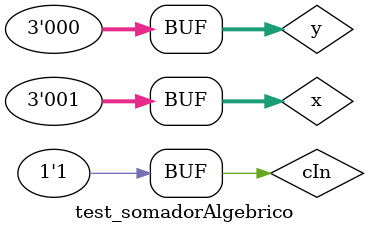
<source format=v>

module halfAdder (output saida, output carryOut, input a, input b);
	
	xor XOR1 (saida, a, b);
	and AND1 (carryOut, a, b);
	
endmodule // -- halfAdder

// -------------------------
// --- fullAdder
// -------------------------
module fullAdder (output saida, output carryOut, input a, input b, input carryIn);

	wire [2:0]s;
	
	halfAdder HA1 (s[0], s[1], a, b);
	halfAdder HA2 (saida, s[2], s[0], carryIn);
	
	or OR1 (carryOut, s[1], s[2]);
	
endmodule // -- fullAdder

// -------------------------
// --- somadorAlgebrico
// -------------------------
module somadorAlgebrico (output [2:0]saida, output carryOut, input [2:0]a, input [2:0]b, input carryIn);

	wire [2:0]s;
	wire [2:0]s1;
	wire x;
	
	xor XOR1 ( s[0], b[0], carryIn);
	xor XOR2 ( s[1], b[1], carryIn);
	xor XOR3 ( s[2], b[2], carryIn);
	
	fullAdder FA1 (saida[0], s1[0], a[0], s[0], ~1);
	fullAdder FA2 (saida[1], s1[1], a[1], s[1], s1[0]);
	fullAdder FA3 (saida[2], s1[2], a[2], s[2], s1[1]);
	
	xor XOR1 (carryOut, carryIn, s1[2]);
	
endmodule // -- somadorAlgebrico

// -------------------------
// --- modulo de teste
// -------------------------
module test_somadorAlgebrico;
	
	reg  [2:0] x;
	reg  [2:0] y;
	reg  cIn;
	
	wire [2:0] z;
	wire cOut;
	
	somadorAlgebrico modulo (z, cOut, x, y, cIn);
	
	// --- parte principal
	initial begin
		$display("Exemplo 0034 - Ana Cristina - 427385");
		$display("Test ALU Somador Algebrico \n");
		
		$display("Soma = carryIn = 0; Subtração = carryIn = 1 \n");
		
		$display("x  y  -1 ----> carryIn = carryOut  saida \n");
		#1 x = 3'b001; y = 3'b010; cIn = 0;
		$monitor("%3b  %3b ----> %b = %b %3b ", x, y, cIn, cOut, z);
		
		#1 x = 3'b001; y = 3'b001; cIn = 1;
		#1 x = 3'b010; y = 3'b110; cIn = 0;
		#1 x = 3'b010; y = 3'b110; cIn = 1;
		#1 x = 3'b110; y = 3'b011; cIn = 0;
		#1 x = 3'b110; y = 3'b011; cIn = 1;
		#1 x = 3'b001; y = 3'b000; cIn = 0;
		#1 x = 3'b001; y = 3'b000; cIn = 1;
	end
endmodule
// -- test_somadorAlgebrico
// -- previsao de testes
// -- Soma = carryIn = 0; Subtração = carryIn = 1
// --
// -- x  y  -1 ----> carryIn = carryOut  saida
// -- 
// -- 001   010 ----> 0 = 0  011
// -- 001   001 ----> 1 = 1  111
// -- 010   110 ----> 0 = 1  000
// -- 010   110 ----> 1 = 1  011
// -- 110   011 ----> 0 = 1  001
// -- 110   011 ----> 1 = 0  010
// -- 001   000 ----> 0 = 0  001
// -- 001   000 ----> 1 = 0  000
</source>
